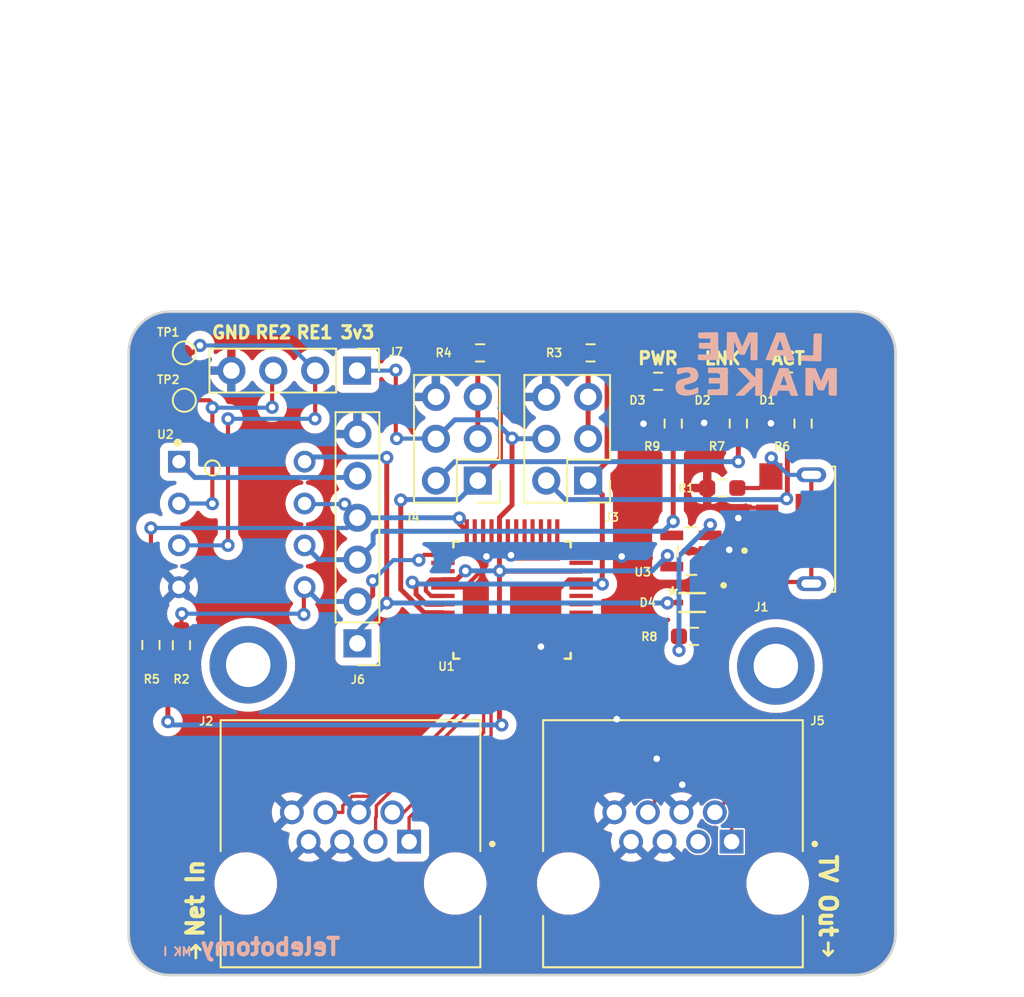
<source format=kicad_pcb>
(kicad_pcb (version 20221018) (generator pcbnew)
  (title_block (title "Telebotomy") (date "2023-10-09") (rev "MK I") (company "lamemakes"))
  (layers (0 "F.Cu" signal) (31 "B.Cu" signal) (34 "B.Paste" user) (35 "F.Paste" user) (36 "B.SilkS" user "B.Silkscreen") (37 "F.SilkS" user "F.Silkscreen") (38 "B.Mask" user) (39 "F.Mask" user) (44 "Edge.Cuts" user))
  (net 0 "")
  (net 1 "/VUSB")
  (net 2 "GND")
  (net 3 "Net-(U3-EN)")
  (net 4 "/+3v3")
  (net 5 "/RX1_N")
  (net 6 "/RX1_P")
  (net 7 "/TX1_N")
  (net 8 "/TX1_P")
  (net 11 "/RX2_N")
  (net 12 "/RX2_P")
  (net 32 "/SCL")
  (net 33 "/SDA")
  (net 36 "/P1LED1")
  (net 37 "/P1LED0")
  (net 38 "/P2LED1")
  (net 39 "/P2LED0")
  (net 42 "/RESET")
  (net 43 "/AT_LED")
  (net 44 "/TX2_P")
  (net 45 "/TX2_N")
  (net 49 "Net-(J1-SHIELD-PadS1)")
  (net 50 "Net-(D3-Pad2)")
  (net 51 "Net-(D2-Pad2)")
  (net 52 "/LINK_LED")
  (net 53 "Net-(D1-Pad2)")
  (net 54 "/ACT_LED")
  (net 55 "Net-(J4-Pin_3)")
  (net 56 "Net-(J3-Pin_3)")
  (net 57 "/REM_IN1")
  (net 58 "/REM_IN2")
  (net 59 "/AT_PWR")
  (footprint "telebotomy:AMPHENOL_RJHSE-5080" (layer "F.Cu") (at 137.4204 110.3642)
    (fp_text reference "J2")
    (fp_text value "RJHSE-5080")
  )
  (footprint "Resistor_SMD:R_0603_1608Metric_Pad0.98x0.95mm_HandSolder" (layer "F.Cu") (at 145.2809 78.1672)
    (fp_text reference "R4")
    (fp_text value "4k7")
  )
  (footprint "MountingHole:MountingHole_2.7mm_M2.5_DIN965_Pad" (layer "F.Cu") (at 163.2184 97.1672)
    (fp_text reference "REF**" hide)
    (fp_text value "MountingHole_2.7mm_M2.5_DIN965_Pad")
  )
  (footprint "Connector_PinHeader_2.54mm:PinHeader_2x03_P2.54mm_Vertical" (layer "F.Cu") (at 145.1434 85.9172 180)
    (fp_text reference "J4")
    (fp_text value "Conn_02x03_Odd_Even")
  )
  (footprint "Resistor_SMD:R_0603_1608Metric_Pad0.98x0.95mm_HandSolder" (layer "F.Cu") (at 164.8684 82.4547 -90)
    (fp_text reference "R6")
    (fp_text value "330")
  )
  (footprint "telebotomy:SOT95P280X145-5N" (layer "F.Cu") (at 158.0703 90.1883 180)
    (fp_text reference "U3")
    (fp_text value "MIC5504-3.3YM5_TR")
  )
  (footprint "Resistor_SMD:R_0603_1608Metric_Pad0.98x0.95mm_HandSolder" (layer "F.Cu") (at 159.9684 86.3672 180)
    (fp_text reference "R1")
    (fp_text value "0")
  )
  (footprint "Resistor_SMD:R_0603_1608Metric_Pad0.98x0.95mm_HandSolder" (layer "F.Cu") (at 151.9809 78.1672)
    (fp_text reference "R3")
    (fp_text value "4k7")
  )
  (footprint "Resistor_SMD:R_0603_1608Metric_Pad0.98x0.95mm_HandSolder" (layer "F.Cu") (at 160.0209 79.8922)
    (fp_text reference "D2")
    (fp_text value "LTST-C191KGKT")
  )
  (footprint "Resistor_SMD:R_0603_1608Metric_Pad0.98x0.95mm_HandSolder" (layer "F.Cu") (at 156.9934 82.4547 -90)
    (fp_text reference "R9")
    (fp_text value "330")
  )
  (footprint "Resistor_SMD:R_0603_1608Metric_Pad0.98x0.95mm_HandSolder" (layer "F.Cu") (at 127.1684 95.9047 -90)
    (fp_text reference "R2")
    (fp_text value "4k7")
  )
  (footprint "Connector_PinHeader_2.54mm:PinHeader_1x06_P2.54mm_Vertical" (layer "F.Cu") (at 137.8434 95.7922 180)
    (fp_text reference "J6")
    (fp_text value "Conn_01x06_Pin")
  )
  (footprint "Resistor_SMD:R_0603_1608Metric_Pad0.98x0.95mm_HandSolder" (layer "F.Cu") (at 125.3184 95.8922 -90)
    (fp_text reference "R5")
    (fp_text value "4k7")
  )
  (footprint "Resistor_SMD:R_0603_1608Metric_Pad0.98x0.95mm_HandSolder" (layer "F.Cu") (at 158.2559 95.3672 180)
    (fp_text reference "R8")
    (fp_text value "10k")
  )
  (footprint "Resistor_SMD:R_0603_1608Metric_Pad0.98x0.95mm_HandSolder" (layer "F.Cu") (at 156.0809 79.8922)
    (fp_text reference "D3")
    (fp_text value "LTST-C191KRKT")
  )
  (footprint "telebotomy:AMPHENOL_RJHSE-5080" (layer "F.Cu") (at 156.9784 110.3642)
    (fp_text reference "J5")
    (fp_text value "RJHSE-5080")
  )
  (footprint "telebotomy:QFP50P900X900X160-48N" (layer "F.Cu") (at 147.2184 93.1672 90)
    (fp_text reference "U1")
    (fp_text value "KSZ8863MLL")
  )
  (footprint "telebotomy:arrow" (layer "F.Cu") (at 128.0434 114.4922 90)
    (fp_text reference "G***" hide)
    (fp_text value "LOGO" hide)
  )
  (footprint "MountingHole:MountingHole_2.7mm_M2.5_DIN965_Pad" (layer "F.Cu") (at 131.2184 97.0922)
    (fp_text reference "REF**" hide)
    (fp_text value "MountingHole_2.7mm_M2.5_DIN965_Pad")
  )
  (footprint "TestPoint:TestPoint_Pad_D1.0mm" (layer "F.Cu") (at 127.3434 81.0422)
    (fp_text reference "TP2")
    (fp_text value "TestPoint")
  )
  (footprint "TestPoint:TestPoint_Pad_D1.0mm" (layer "F.Cu") (at 127.3434 78.1672)
    (fp_text reference "TP1")
    (fp_text value "TestPoint")
  )
  (footprint "telebotomy:AMPHENOL_10118193-0001LF" (layer "F.Cu") (at 165.3684 88.8672 90)
    (fp_text reference "J1")
    (fp_text value "10118193-0001LF")
  )
  (footprint "Resistor_SMD:R_0603_1608Metric_Pad0.98x0.95mm_HandSolder" (layer "F.Cu") (at 163.9559 79.8797)
    (fp_text reference "D1")
    (fp_text value "LTST-C191KSKT")
  )
  (footprint "telebotomy:3v3_TVS" (layer "F.Cu") (at 158.1434 93.3172)
    (fp_text reference "D4")
    (fp_text value "D_Schottky")
  )
  (footprint "telebotomy:arrow" (layer "F.Cu") (at 166.3934 114.3422 -90)
    (fp_text reference "G***" hide)
    (fp_text value "LOGO" hide)
  )
  (footprint "Resistor_SMD:R_0603_1608Metric_Pad0.98x0.95mm_HandSolder" (layer "F.Cu") (at 160.9434 82.4547 -90)
    (fp_text reference "R7")
    (fp_text value "100")
  )
  (footprint "telebotomy:DIP762W46P254L927H533Q8B" (layer "F.Cu") (at 130.8284 88.5772)
    (fp_text reference "U2")
    (fp_text value "ATTINY85-20PU")
  )
  (footprint "Connector_PinHeader_2.54mm:PinHeader_1x04_P2.54mm_Vertical" (layer "F.Cu") (at 137.8184 79.2422 -90)
    (fp_text reference "J7")
    (fp_text value "Conn_01x04_Pin")
  )
  (footprint "Connector_PinHeader_2.54mm:PinHeader_2x03_P2.54mm_Vertical" (layer "F.Cu") (at 151.8334 85.9172 180)
    (fp_text reference "J3")
    (fp_text value "Conn_02x03_Odd_Even")
  )
  (footprint "telebotomy:lamemakes_logo" (layer "B.Cu") (at 162.0684 78.8672 180)
    (fp_text reference "G***" hide)
    (fp_text value "LOGO" hide)
  )
  (gr_arc (start 170.4684 113.4172) (mid 169.736167 115.184967) (end 167.9684 115.9172) (stroke (width 0.16)) (layer "Edge.Cuts"))
  (gr_arc (start 126.4684 115.9172) (mid 124.700633 115.184967) (end 123.9684 113.4172) (stroke (width 0.16)) (layer "Edge.Cuts"))
  (gr_line (start 123.9684 113.4172) (end 123.9684 78.1672) (stroke (width 0.16)) (layer "Edge.Cuts"))
  (gr_line (start 126.4684 75.6672) (end 167.9684 75.6672) (stroke (width 0.16)) (layer "Edge.Cuts"))
  (gr_line (start 167.9684 115.9172) (end 126.4684 115.9172) (stroke (width 0.16)) (layer "Edge.Cuts"))
  (gr_arc (start 123.9684 78.1672) (mid 124.700633 76.399433) (end 126.4684 75.6672) (stroke (width 0.16)) (layer "Edge.Cuts"))
  (gr_line (start 170.4684 78.1672) (end 170.4684 113.4172) (stroke (width 0.16)) (layer "Edge.Cuts"))
  (gr_arc (start 167.9684 75.6672) (mid 169.736167 76.399433) (end 170.4684 78.1672) (stroke (width 0.16)) (layer "Edge.Cuts"))
  (gr_text "MK I" (at 127.8434 114.7922) (layer "B.SilkS") (effects (font (size 0.5 0.5) (thickness 0.125) bold) (justify left bottom mirror)))
  (gr_text "Telebotomy" (at 136.9184 114.7922) (layer "B.SilkS") (effects (font (size 1 1) (thickness 0.25) bold) (justify left bottom mirror)))
  (gr_text "PWR" (at 156.0684 78.9422) (layer "F.SilkS") (effects (font (size 0.75 0.75) (thickness 0.1875) bold) (justify bottom)))
  (gr_text "ACT" (at 163.9684 78.9422) (layer "F.SilkS") (effects (font (size 0.75 0.75) (thickness 0.1875) bold) (justify bottom)))
  (gr_text "GND" (at 130.1934 77.3672) (layer "F.SilkS") (effects (font (size 0.75 0.75) (thickness 0.1875) bold) (justify bottom)))
  (gr_text "Net In" (at 128.5934 113.7422 90) (layer "F.SilkS") (effects (font (size 1 1) (thickness 0.25) bold) (justify left bottom)))
  (gr_text "TV Out" (at 165.7934 108.4922 270) (layer "F.SilkS") (effects (font (size 1 1) (thickness 0.25) bold) (justify left bottom)))
  (gr_text "RE2" (at 132.7434 77.3672) (layer "F.SilkS") (effects (font (size 0.75 0.75) (thickness 0.1875) bold) (justify bottom)))
  (gr_text "RE1" (at 135.2434 77.3672) (layer "F.SilkS") (effects (font (size 0.75 0.75) (thickness 0.1875) bold) (justify bottom)))
  (gr_text "LNK" (at 159.9934 78.9422) (layer "F.SilkS") (effects (font (size 0.75 0.75) (thickness 0.1875) bold) (justify bottom)))
  (gr_text "3v3" (at 137.8434 77.3672) (layer "F.SilkS") (effects (font (size 0.75 0.75) (thickness 0.1875) bold) (justify bottom)))
  (segment (start 160.3973 91.1383) (end 161.3684 90.1672) (width 0.3) (layer "F.Cu") (net 1))
  (segment (start 161.3684 90.1672) (end 162.6934 90.1672) (width 0.3) (layer "F.Cu") (net 1))
  (segment (start 159.1684 93.0922) (end 159.1684 91.2052) (width 0.3) (layer "F.Cu") (net 1))
  (segment (start 159.1684 93.5421) (end 158.9435 93.3172) (width 0.3) (layer "F.Cu") (net 1))
  (segment (start 158.9435 93.3171) (end 159.1684 93.0922) (width 0.3) (layer "F.Cu") (net 1))
  (segment (start 159.1684 91.2052) (end 159.2353 91.1383) (width 0.3) (layer "F.Cu") (net 1))
  (segment (start 159.1684 93.5421) (end 159.1684 93.0922) (width 0.3) (layer "F.Cu") (net 1))
  (segment (start 159.2353 91.1383) (end 160.3973 91.1383) (width 0.3) (layer "F.Cu") (net 1))
  (segment (start 159.1684 95.3672) (end 159.1684 93.5421) (width 0.3) (layer "F.Cu") (net 1))
  (segment (start 158.9435 93.3172) (end 158.9435 93.3171) (width 0.3) (layer "F.Cu") (net 1))
  (segment (start 145.6684 91.072295) (end 145.6684 90.5172) (width 0.25) (layer "F.Cu") (net 2))
  (segment (start 148.971 97.3582) (end 148.971 95.9948) (width 0.25) (layer "F.Cu") (net 2))
  (segment (start 160.3223 90.1883) (end 160.3934 90.1172) (width 0.25) (layer "F.Cu") (net 2))
  (segment (start 159.2353 90.1883) (end 160.3223 90.1883) (width 0.25) (layer "F.Cu") (net 2))
  (segment (start 162.6934 87.5672) (end 161.5684 87.5672) (width 0.25) (layer "F.Cu") (net 2))
  (segment (start 148.9684 93.61909) (end 148.9684 95.9922) (width 0.25) (layer "F.Cu") (net 2))
  (segment (start 147.1559 90.4422) (end 146.9644 90.2507) (width 0.25) (layer "F.Cu") (net 2))
  (segment (start 148.971 95.9948) (end 148.9684 95.9922) (width 0.25) (layer "F.Cu") (net 2))
  (segment (start 146.9644 90.2507) (end 146.9644 88.9762) (width 0.25) (layer "F.Cu") (net 2))
  (segment (start 151.4094 91.9226) (end 150.66489 91.9226) (width 0.25) (layer "F.Cu") (net 2))
  (segment (start 143.0274 92.4052) (end 144.335495 92.4052) (width 0.25) (layer "F.Cu") (net 2))
  (segment (start 150.66489 91.9226) (end 148.9684 93.61909) (width 0.25) (layer "F.Cu") (net 2))
  (segment (start 144.335495 92.4052) (end 145.6684 91.072295) (width 0.25) (layer "F.Cu") (net 2))
  (segment (start 161.5684 87.5672) (end 160.9434 88.1922) (width 0.25) (layer "F.Cu") (net 2))
  (via (at 157.5434 104.3672) (size 0.8) (drill 0.4) (layers "F.Cu" "B.Cu") (net 2))
  (via (at 153.8684 90.5172) (size 0.8) (drill 0.4) (layers "F.Cu" "B.Cu") (net 2))
  (via (at 145.6684 90.5172) (size 0.8) (drill 0.4) (layers "F.Cu" "B.Cu") (net 2))
  (via (at 155.1934 82.4672) (size 0.8) (drill 0.4) (layers "F.Cu" "B.Cu") (net 2))
  (via (at 160.9434 88.1922) (size 0.8) (drill 0.4) (layers "F.Cu" "B.Cu") (net 2))
  (via (at 158.8684 82.4172) (size 0.8) (drill 0.4) (layers "F.Cu" "B.Cu") (net 2))
  (via (at 148.9684 95.9922) (size 0.8) (drill 0.4) (layers "F.Cu" "B.Cu") (net 2))
  (via (at 153.5684 100.3922) (size 0.8) (drill 0.4) (layers "F.Cu" "B.Cu") (net 2))
  (via (at 162.9184 82.4422) (size 0.8) (drill 0.4) (layers "F.Cu" "B.Cu") (net 2))
  (via (at 155.9934 102.7922) (size 0.8) (drill 0.4) (layers "F.Cu" "B.Cu") (net 2))
  (via (at 160.3934 90.1172) (size 0.8) (drill 0.4) (layers "F.Cu" "B.Cu") (net 2))
  (via (at 147.1559 90.4422) (size 0.8) (drill 0.4) (layers "F.Cu" "B.Cu") (net 2))
  (segment (start 146.7184 90.5172) (end 153.8684 90.5172) (width 0.25) (layer "B.Cu") (net 2))
  (segment (start 147.0809 90.5172) (end 147.1559 90.4422) (width 0.25) (layer "B.Cu") (net 2))
  (segment (start 146.7184 90.5172) (end 147.0809 90.5172) (width 0.25) (layer "B.Cu") (net 2))
  (segment (start 145.6684 90.5172) (end 146.7184 90.5172) (width 0.25) (layer "B.Cu") (net 2))
  (segment (start 157.3434 96.2172) (end 157.3434 95.3672) (width 0.3) (layer "F.Cu") (net 3))
  (segment (start 159.2353 88.6003) (end 159.2434 88.5922) (width 0.3) (layer "F.Cu") (net 3))
  (segment (start 159.2353 89.2383) (end 159.2353 88.6003) (width 0.3) (layer "F.Cu") (net 3))
  (via (at 159.2434 88.5922) (size 0.8) (drill 0.4) (layers "F.Cu" "B.Cu") (net 3))
  (via (at 157.3434 96.2172) (size 0.8) (drill 0.4) (layers "F.Cu" "B.Cu") (net 3))
  (segment (start 157.3434 90.4922) (end 157.3434 96.2172) (width 0.3) (layer "B.Cu") (net 3))
  (segment (start 159.2434 88.5922) (end 157.3434 90.4922) (width 0.3) (layer "B.Cu") (net 3))
  (segment (start 146.4564 91.4047) (end 146.4684 91.3927) (width 0.3) (layer "F.Cu") (net 4))
  (segment (start 126.3434 96.9422) (end 126.4684 96.8172) (width 0.3) (layer "F.Cu") (net 4))
  (segment (start 146.4684 91.3927) (end 146.4903 91.4146) (width 0.3) (layer "F.Cu") (net 4))
  (segment (start 126.2059 96.8047) (end 125.3184 96.8047) (width 0.3) (layer "F.Cu") (net 4))
  (segment (start 147.2184 83.3422) (end 147.2184 87.3922) (width 0.3) (layer "F.Cu") (net 4))
  (segment (start 146.4564 91.3807) (end 146.4684 91.3927) (width 0.3) (layer "F.Cu") (net 4))
  (segment (start 146.4564 97.3582) (end 146.4564 98.417145) (width 0.3) (layer "F.Cu") (net 4))
  (segment (start 156.644378 90.46631) (end 156.644378 90.877378) (width 0.3) (layer "F.Cu") (net 4))
  (segment (start 140.1684 83.3172) (end 140.2184 83.3672) (width 0.25) (layer "F.Cu") (net 4))
  (segment (start 146.4903 91.4146) (end 151.4094 91.4146) (width 0.3) (layer "F.Cu") (net 4))
  (segment (start 146.4564 88.9762) (end 146.4564 91.3807) (width 0.3) (layer "F.Cu") (net 4))
  (segment (start 141.9934 92.59831) (end 141.9934 92.21209) (width 0.25) (layer "F.Cu") (net 4))
  (segment (start 141.9934 92.21209) (end 142.28289 91.9226) (width 0.25) (layer "F.Cu") (net 4))
  (segment (start 126.3434 100.5422) (end 126.3434 96.9422) (width 0.3) (layer "F.Cu") (net 4))
  (segment (start 126.4684 96.8172) (end 127.1684 96.8172) (width 0.3) (layer "F.Cu") (net 4))
  (segment (start 146.4564 97.3582) (end 146.4564 91.4047) (width 0.3) (layer "F.Cu") (net 4))
  (segment (start 146.4564 98.417145) (end 146.4564 100.6043) (width 0.3) (layer "F.Cu") (net 4))
  (segment (start 146.4564 100.6043) (end 146.5943 100.7422) (width 0.3) (layer "F.Cu") (net 4))
  (segment (start 140.1684 79.2172) (end 140.1684 83.3172) (width 0.25) (layer "F.Cu") (net 4))
  (segment (start 147.2184 87.3922) (end 146.4564 88.1542) (width 0.3) (layer "F.Cu") (net 4))
  (segment (start 151.3875 91.3927) (end 151.4094 91.4146) (width 0.3) (layer "F.Cu") (net 4))
  (segment (start 142.30829 92.9132) (end 141.9934 92.59831) (width 0.25) (layer "F.Cu") (net 4))
  (segment (start 144.3934 91.3927) (end 143.8635 91.9226) (width 0.3) (layer "F.Cu") (net 4))
  (segment (start 146.4564 88.1542) (end 146.4564 88.9762) (width 0.3) (layer "F.Cu") (net 4))
  (segment (start 142.28289 91.9226) (end 143.0274 91.9226) (width 0.25) (layer "F.Cu") (net 4))
  (segment (start 143.8635 91.9226) (end 143.0274 91.9226) (width 0.3) (layer "F.Cu") (net 4))
  (segment (start 143.0274 92.9132) (end 142.30829 92.9132) (width 0.25) (layer "F.Cu") (net 4))
  (segment (start 127.1559 96.8047) (end 127.1684 96.8172) (width 0.3) (layer "F.Cu") (net 4))
  (segment (start 156.644378 90.877378) (end 156.9053 91.1383) (width 0.3) (layer "F.Cu") (net 4))
  (segment (start 126.3434 96.9422) (end 126.2059 96.8047) (width 0.3) (layer "F.Cu") (net 4))
  (via (at 144.3934 91.3927) (size 0.8) (drill 0.4) (layers "F.Cu" "B.Cu") (net 4))
  (via (at 146.4684 91.3927) (size 0.8) (drill 0.4) (layers "F.Cu" "B.Cu") (net 4))
  (via (at 147.2184 83.3422) (size 0.8) (drill 0.4) (layers "F.Cu" "B.Cu") (net 4))
  (via (at 140.2184 83.3672) (size 0.8) (drill 0.4) (layers "F.Cu" "B.Cu") (net 4))
  (via (at 126.3434 100.5422) (size 0.8) (drill 0.4) (layers "F.Cu" "B.Cu") (net 4))
  (via (at 156.644378 90.46631) (size 0.8) (drill 0.4) (layers "F.Cu" "B.Cu") (net 4))
  (via (at 140.1684 79.2172) (size 0.8) (drill 0.4) (layers "F.Cu" "B.Cu") (net 4))
  (via (at 146.5943 100.7422) (size 0.8) (drill 0.4) (layers "F.Cu" "B.Cu") (net 4))
  (segment (start 146.5943 100.7422) (end 126.5434 100.7422) (width 0.3) (layer "B.Cu") (net 4))
  (segment (start 143.7534 82.2272) (end 146.1034 82.2272) (width 0.3) (layer "B.Cu") (net 4))
  (segment (start 137.8184 79.2422) (end 140.1434 79.2422) (width 0.25) (layer "B.Cu") (net 4))
  (segment (start 149.2934 83.3772) (end 147.2534 83.3772) (width 0.3) (layer "B.Cu") (net 4))
  (segment (start 146.1034 82.2272) (end 147.2184 83.3422) (width 0.3) (layer "B.Cu") (net 4))
  (segment (start 147.2534 83.3772) (end 147.2184 83.3422) (width 0.3) (layer "B.Cu") (net 4))
  (segment (start 126.5434 100.7422) (end 126.3434 100.5422) (width 0.3) (layer "B.Cu") (net 4))
  (segment (start 155.717988 91.3927) (end 146.4684 91.3927) (width 0.3) (layer "B.Cu") (net 4))
  (segment (start 142.6034 83.3772) (end 143.7534 82.2272) (width 0.3) (layer "B.Cu") (net 4))
  (segment (start 156.644378 90.46631) (end 155.717988 91.3927) (width 0.3) (layer "B.Cu") (net 4))
  (segment (start 140.2184 83.3672) (end 142.5934 83.3672) (width 0.25) (layer "B.Cu") (net 4))
  (segment (start 142.5934 83.3672) (end 142.6034 83.3772) (width 0.25) (layer "B.Cu") (net 4))
  (segment (start 140.1434 79.2422) (end 140.1684 79.2172) (width 0.25) (layer "B.Cu") (net 4))
  (segment (start 146.4684 91.3927) (end 144.3934 91.3927) (width 0.3) (layer "B.Cu") (net 4))
  (segment (start 144.4752 98.425001) (end 144.4752 97.3582) (width 0.2) (layer "F.Cu") (net 5))
  (segment (start 138.920629 105.0723) (end 144.4915 99.501429) (width 0.2) (layer "F.Cu") (net 5))
  (segment (start 135.8964 106.0462) (end 136.9545 106.0462) (width 0.2) (layer "F.Cu") (net 5))
  (segment (start 144.4915 99.501429) (end 144.4915 98.441301) (width 0.2) (layer "F.Cu") (net 5))
  (segment (start 136.9545 105.642797) (end 137.524997 105.0723) (width 0.2) (layer "F.Cu") (net 5))
  (segment (start 144.4915 98.441301) (end 144.4752 98.425001) (width 0.2) (layer "F.Cu") (net 5))
  (segment (start 136.9545 106.0462) (end 136.9545 105.642797) (width 0.2) (layer "F.Cu") (net 5))
  (segment (start 137.524997 105.0723) (end 138.920629 105.0723) (width 0.2) (layer "F.Cu") (net 5))
  (segment (start 144.9415 98.441301) (end 144.9578 98.425001) (width 0.2) (layer "F.Cu") (net 6))
  (segment (start 144.9415 99.687797) (end 144.9415 98.441301) (width 0.2) (layer "F.Cu") (net 6))
  (segment (start 144.9578 98.425001) (end 144.9578 97.3582) (width 0.2) (layer "F.Cu") (net 6))
  (segment (start 138.9444 106.364399) (end 138.9865 106.322299) (width 0.2) (layer "F.Cu") (net 6))
  (segment (start 138.9865 105.642797) (end 144.9415 99.687797) (width 0.2) (layer "F.Cu") (net 6))
  (segment (start 138.9865 106.322299) (end 138.9865 105.642797) (width 0.2) (layer "F.Cu") (net 6))
  (segment (start 138.9444 107.8242) (end 138.9444 106.364399) (width 0.2) (layer "F.Cu") (net 6))
  (segment (start 145.4658 98.425001) (end 145.4658 97.3582) (width 0.2) (layer "F.Cu") (net 7))
  (segment (start 140.658201 106.0462) (end 145.4948 101.209601) (width 0.2) (layer "F.Cu") (net 7))
  (segment (start 139.9604 106.0462) (end 140.658201 106.0462) (width 0.2) (layer "F.Cu") (net 7))
  (segment (start 145.4948 98.454001) (end 145.4658 98.425001) (width 0.2) (layer "F.Cu") (net 7))
  (segment (start 145.4948 101.209601) (end 145.4948 98.454001) (width 0.2) (layer "F.Cu") (net 7))
  (segment (start 145.9448 101.395999) (end 145.9448 98.454001) (width 0.2) (layer "F.Cu") (net 8))
  (segment (start 145.9738 98.425001) (end 145.9738 97.3582) (width 0.2) (layer "F.Cu") (net 8))
  (segment (start 140.9764 107.8242) (end 140.9764 106.364399) (width 0.2) (layer "F.Cu") (net 8))
  (segment (start 140.9764 106.364399) (end 145.9448 101.395999) (width 0.2) (layer "F.Cu") (net 8))
  (segment (start 145.9448 98.454001) (end 145.9738 98.425001) (width 0.2) (layer "F.Cu") (net 8))
  (segment (start 155.864399 105.131399) (end 151.9502 101.2172) (width 0.2) (layer "F.Cu") (net 11))
  (segment (start 151.9502 101.2172) (end 149.2002 101.2172) (width 0.2) (layer "F.Cu") (net 11))
  (segment (start 149.2002 101.2172) (end 147.9967 100.0137) (width 0.2) (layer "F.Cu") (net 11))
  (segment (start 147.9804 98.425001) (end 147.9804 97.3582) (width 0.2) (layer "F.Cu") (net 11))
  (segment (start 147.9967 100.0137) (end 147.9967 98.441301) (width 0.2) (layer "F.Cu") (net 11))
  (segment (start 155.864399 105.636201) (end 155.864399 105.131399) (width 0.2) (layer "F.Cu") (net 11))
  (segment (start 147.9967 98.441301) (end 147.9804 98.425001) (width 0.2) (layer "F.Cu") (net 11))
  (segment (start 155.4544 106.0462) (end 155.864399 105.636201) (width 0.2) (layer "F.Cu") (net 11))
  (segment (start 148.4467 99.8273) (end 148.4467 98.441301) (width 0.2) (layer "F.Cu") (net 12))
  (segment (start 156.314401 104.945001) (end 152.1366 100.7672) (width 0.2) (layer "F.Cu") (net 12))
  (segment (start 156.314401 104.945001) (end 156.321201 104.945001) (width 0.2) (layer "F.Cu") (net 12))
  (segment (start 149.3866 100.7672) (end 148.4467 99.8273) (width 0.2) (layer "F.Cu") (net 12))
  (segment (start 156.321201 104.945001) (end 156.3934 105.0172) (width 0.2) (layer "F.Cu") (net 12))
  (segment (start 148.4467 98.441301) (end 148.463 98.425001) (width 0.2) (layer "F.Cu") (net 12))
  (segment (start 152.1366 100.7672) (end 149.3866 100.7672) (width 0.2) (layer "F.Cu") (net 12))
  (segment (start 148.463 98.425001) (end 148.463 97.3582) (width 0.2) (layer "F.Cu") (net 12))
  (segment (start 125.3184 94.9797) (end 125.3184 88.7922) (width 0.25) (layer "F.Cu") (net 32))
  (segment (start 137.8434 88.1172) (end 137.0684 87.3422) (width 0.25) (layer "F.Cu") (net 32))
  (segment (start 144.0184 88.1922) (end 144.0184 88.5194) (width 0.3) (layer "F.Cu") (net 32))
  (segment (start 144.0184 88.5194) (end 144.4752 88.9762) (width 0.3) (layer "F.Cu") (net 32))
  (segment (start 137.8434 88.1722) (end 137.8434 88.1172) (width 0.25) (layer "F.Cu") (net 32))
  (via (at 144.0184 88.1922) (size 0.8) (drill 0.4) (layers "F.Cu" "B.Cu") (net 32))
  (via (at 137.0684 87.3422) (size 0.8) (drill 0.4) (layers "F.Cu" "B.Cu") (net 32))
  (via (at 125.3184 88.7922) (size 0.8) (drill 0.4) (layers "F.Cu" "B.Cu") (net 32))
  (segment (start 137.2234 88.7922) (end 137.8434 88.1722) (width 0.25) (layer "B.Cu") (net 32))
  (segment (start 137.8434 88.1722) (end 143.9984 88.1722) (width 0.3) (layer "B.Cu") (net 32))
  (segment (start 125.3184 88.7922) (end 137.2234 88.7922) (width 0.25) (layer "B.Cu") (net 32))
  (segment (start 134.6384 87.6372) (end 134.6384 87.3072) (width 0.3) (layer "B.Cu") (net 32))
  (segment (start 137.0684 87.3422) (end 134.6734 87.3422) (width 0.25) (layer "B.Cu") (net 32))
  (segment (start 143.9984 88.1722) (end 144.0184 88.1922) (width 0.3) (layer "B.Cu") (net 32))
  (segment (start 134.6734 87.3422) (end 134.6384 87.3072) (width 0.25) (layer "B.Cu") (net 32))
  (segment (start 134.5934 92.4322) (end 134.6384 92.3872) (width 0.25) (layer "F.Cu") (net 33))
  (segment (start 141.6849 90.6257) (end 141.5684 90.7422) (width 0.25) (layer "F.Cu") (net 33))
  (segment (start 141.8934 90.4172) (end 141.6849 90.6257) (width 0.25) (layer "F.Cu") (net 33))
  (segment (start 134.5934 94.0422) (end 134.5934 92.4322) (width 0.25) (layer "F.Cu") (net 33))
  (segment (start 138.3834 93.2522) (end 138.7684 92.8672) (width 0.3) (layer "F.Cu") (net 33))
  (segment (start 141.9002 90.424) (end 141.8934 90.4172) (width 0.25) (layer "F.Cu") (net 33))
  (segment (start 127.1684 94.9922) (end 127.1684 94.0172) (width 0.25) (layer "F.Cu") (net 33))
  (segment (start 127.1684 94.0172) (end 127.1934 93.9922) (width 0.25) (layer "F.Cu") (net 33))
  (segment (start 134.9684 92.7172) (end 134.6384 92.3872) (width 0.3) (layer "F.Cu") (net 33))
  (segment (start 138.7684 92.8672) (end 138.7684 91.9922) (width 0.3) (layer "F.Cu") (net 33))
  (segment (start 137.8434 93.2522) (end 138.3834 93.2522) (width 0.3) (layer "F.Cu") (net 33))
  (segment (start 143.0274 90.424) (end 141.9002 90.424) (width 0.25) (layer "F.Cu") (net 33))
  (via (at 134.5934 94.0422) (size 0.8) (drill 0.4) (layers "F.Cu" "B.Cu") (net 33))
  (via (at 127.1934 93.9922) (size 0.8) (drill 0.4) (layers "F.Cu" "B.Cu") (net 33))
  (via (at 141.5684 90.7422) (size 0.8) (drill 0.4) (layers "F.Cu" "B.Cu") (net 33))
  (via (at 138.7684 91.9922) (size 0.8) (drill 0.4) (layers "F.Cu" "B.Cu") (net 33))
  (segment (start 134.5434 93.9922) (end 134.5934 94.0422) (width 0.25) (layer "B.Cu") (net 33))
  (segment (start 127.1934 93.9922) (end 134.5434 93.9922) (width 0.25) (layer "B.Cu") (net 33))
  (segment (start 135.5034 93.2522) (end 134.6384 92.3872) (width 0.3) (layer "B.Cu") (net 33))
  (segment (start 140.0184 90.7422) (end 138.7684 91.9922) (width 0.25) (layer "B.Cu") (net 33))
  (segment (start 137.8434 93.2522) (end 135.5034 93.2522) (width 0.3) (layer "B.Cu") (net 33))
  (segment (start 141.5684 90.7422) (end 140.0184 90.7422) (width 0.25) (layer "B.Cu") (net 33))
  (segment (start 138.7684 91.9922) (end 138.7684 91.75811) (width 0.3) (layer "B.Cu") (net 33))
  (segment (start 141.3934 92.7984) (end 141.3934 92.310064) (width 0.3) (layer "F.Cu") (net 36))
  (segment (start 152.9834 78.2572) (end 152.8934 78.1672) (width 0.3) (layer "F.Cu") (net 36))
  (segment (start 152.6934 86.7772) (end 151.8334 85.9172) (width 0.3) (layer "F.Cu") (net 36))
  (segment (start 151.8334 85.9172) (end 152.9834 84.7672) (width 0.3) (layer "F.Cu") (net 36))
  (segment (start 142.0162 93.4212) (end 143.0274 93.4212) (width 0.3) (layer "F.Cu") (net 36))
  (segment (start 152.9834 84.7672) (end 152.9834 78.2572) (width 0.3) (layer "F.Cu") (net 36))
  (segment (start 141.3934 92.7984) (end 142.0162 93.4212) (width 0.3) (layer "F.Cu") (net 36))
  (segment (start 141.3934 92.310064) (end 141.1679 92.084564) (width 0.3) (layer "F.Cu") (net 36))
  (segment (start 152.6934 92.1922) (end 152.6934 86.7772) (width 0.3) (layer "F.Cu") (net 36))
  (via (at 141.1679 92.084564) (size 0.8) (drill 0.4) (layers "F.Cu" "B.Cu") (net 36))
  (via (at 152.6934 92.1922) (size 0.8) (drill 0.4) (layers "F.Cu" "B.Cu") (net 36))
  (segment (start 152.6934 92.1922) (end 141.275536 92.1922) (width 0.3) (layer "B.Cu") (net 36))
  (segment (start 141.275536 92.1922) (end 141.1679 92.084564) (width 0.3) (layer "B.Cu") (net 36))
  (segment (start 146.5184 78.4922) (end 146.1934 78.1672) (width 0.3) (layer "F.Cu") (net 37))
  (segment (start 140.4684 92.509796) (end 141.887804 93.9292) (width 0.3) (layer "F.Cu") (net 37))
  (segment (start 140.4684 87.0922) (end 140.4684 92.509796) (width 0.3) (layer "F.Cu") (net 37))
  (segment (start 145.1434 85.9172) (end 146.5184 84.5422) (width 0.3) (layer "F.Cu") (net 37))
  (segment (start 141.887804 93.9292) (end 143.0274 93.9292) (width 0.3) (layer "F.Cu") (net 37))
  (segment (start 146.5184 84.5422) (end 146.5184 78.4922) (width 0.3) (layer "F.Cu") (net 37))
  (via (at 140.4684 87.0922) (size 0.8) (drill 0.4) (layers "F.Cu" "B.Cu") (net 37))
  (segment (start 140.4934 87.0672) (end 140.4684 87.0922) (width 0.3) (layer "B.Cu") (net 37))
  (segment (start 143.9934 87.0672) (end 140.4934 87.0672) (width 0.3) (layer "B.Cu") (net 37))
  (segment (start 145.1434 85.9172) (end 143.9934 87.0672) (width 0.3) (layer "B.Cu") (net 37))
  (segment (start 137.8434 85.6322) (end 137.748 85.7276) (width 0.3) (layer "B.Cu") (net 42))
  (segment (start 137.748 85.7276) (end 127.9788 85.7276) (width 0.3) (layer "B.Cu") (net 42))
  (segment (start 127.9788 85.7276) (end 127.0184 84.7672) (width 0.3) (layer "B.Cu") (net 42))
  (segment (start 156.9934 88.3988) (end 156.9934 83.3672) (width 0.3) (layer "F.Cu") (net 43))
  (via (at 156.9934 88.3988) (size 0.8) (drill 0.4) (layers "F.Cu" "B.Cu") (net 43))
  (segment (start 135.5034 90.7122) (end 134.6384 89.8472) (width 0.3) (layer "B.Cu") (net 43))
  (segment (start 138.9684 88.9922) (end 138.7934 89.1672) (width 0.3) (layer "B.Cu") (net 43))
  (segment (start 155.1684 88.9922) (end 138.9684 88.9922) (width 0.3) (layer "B.Cu") (net 43))
  (segment (start 138.7934 89.1672) (end 138.7934 89.7622) (width 0.3) (layer "B.Cu") (net 43))
  (segment (start 137.8434 90.7122) (end 135.5034 90.7122) (width 0.3) (layer "B.Cu") (net 43))
  (segment (start 138.7934 89.7622) (end 137.8434 90.7122) (width 0.3) (layer "B.Cu") (net 43))
  (segment (start 156.4 88.9922) (end 156.9934 88.3988) (width 0.3) (layer "B.Cu") (net 43))
  (segment (start 155.1684 88.9922) (end 156.4 88.9922) (width 0.3) (layer "B.Cu") (net 43))
  (segment (start 154.3616 98.7922) (end 150.3616 98.7922) (width 0.2) (layer "F.Cu") (net 44))
  (segment (start 149.9616 97.9424) (end 149.9616 97.3582) (width 0.2) (layer "F.Cu") (net 44))
  (segment (start 160.5344 107.8242) (end 160.5344 104.965) (width 0.2) (layer "F.Cu") (net 44))
  (segment (start 160.5344 104.965) (end 154.3616 98.7922) (width 0.2) (layer "F.Cu") (net 44))
  (segment (start 149.9453 98.3759) (end 149.9453 97.9587) (width 0.2) (layer "F.Cu") (net 44))
  (segment (start 149.9453 97.9587) (end 149.9616 97.9424) (width 0.2) (layer "F.Cu") (net 44))
  (segment (start 150.3616 98.7922) (end 149.9453 98.3759) (width 0.2) (layer "F.Cu") (net 44))
  (segment (start 150.1752 99.2422) (end 149.4953 98.5623) (width 0.2) (layer "F.Cu") (net 45))
  (segment (start 149.4953 97.9587) (end 149.479 97.9424) (width 0.2) (layer "F.Cu") (net 45))
  (segment (start 149.4953 98.5623) (end 149.4953 97.9587) (width 0.2) (layer "F.Cu") (net 45))
  (segment (start 160.084399 105.480201) (end 160.084399 105.151399) (width 0.2) (layer "F.Cu") (net 45))
  (segment (start 160.084399 105.151399) (end 154.1752 99.2422) (width 0.2) (layer "F.Cu") (net 45))
  (segment (start 154.1752 99.2422) (end 150.1752 99.2422) (width 0.2) (layer "F.Cu") (net 45))
  (segment (start 159.5184 106.0462) (end 160.084399 105.480201) (width 0.2) (layer "F.Cu") (net 45))
  (segment (start 149.479 97.9424) (end 149.479 97.3582) (width 0.2) (layer "F.Cu") (net 45))
  (segment (start 162.9434 84.5422) (end 162.9434 85.6422) (width 0.25) (layer "F.Cu") (net 49))
  (segment (start 165.3684 90.0672) (end 165.3684 87.6672) (width 0.25) (layer "F.Cu") (net 49))
  (segment (start 165.3684 92.1672) (end 165.3684 90.0672) (width 0.25) (layer "F.Cu") (net 49))
  (segment (start 162.9434 85.6422) (end 162.9184 85.6672) (width 0.25) (layer "F.Cu") (net 49))
  (segment (start 160.8809 86.3672) (end 162.2184 86.3672) (width 0.25) (layer "F.Cu") (net 49))
  (segment (start 165.2684 92.0672) (end 165.3684 92.1672) (width 0.25) (layer "F.Cu") (net 49))
  (segment (start 162.2184 86.3672) (end 162.9184 85.6672) (width 0.25) (layer "F.Cu") (net 49))
  (segment (start 162.9184 92.0672) (end 165.2684 92.0672) (width 0.25) (layer "F.Cu") (net 49))
  (segment (start 165.3684 87.6672) (end 165.3684 85.5672) (width 0.25) (layer "F.Cu") (net 49))
  (via (at 162.9434 84.5422) (size 0.8) (drill 0.4) (layers "F.Cu" "B.Cu") (net 49))
  (segment (start 163.9684 85.5672) (end 162.9434 84.5422) (width 0.25) (layer "B.Cu") (net 49))
  (segment (start 165.3684 85.5672) (end 163.9684 85.5672) (width 0.25) (layer "B.Cu") (net 49))
  (segment (start 156.9934 79.8922) (end 156.9934 81.5422) (width 0.25) (layer "F.Cu") (net 50))
  (segment (start 160.9184 79.9072) (end 160.9334 79.8922) (width 0.3) (layer "F.Cu") (net 51))
  (segment (start 160.9434 79.9022) (end 160.9334 79.8922) (width 0.25) (layer "F.Cu") (net 51))
  (segment (start 160.9434 81.5422) (end 160.9434 79.9022) (width 0.25) (layer "F.Cu") (net 51))
  (segment (start 160.9434 84.7672) (end 160.9434 83.3672) (width 0.3) (layer "F.Cu") (net 52))
  (via (at 160.9434 84.7672) (size 0.8) (drill 0.4) (layers "F.Cu" "B.Cu") (net 52))
  (segment (start 143.7534 84.7672) (end 159.1184 84.7672) (width 0.3) (layer "B.Cu") (net 52))
  (segment (start 142.6034 85.9172) (end 143.7534 84.7672) (width 0.3) (layer "B.Cu") (net 52))
  (segment (start 159.1184 84.7672) (end 160.9434 84.7672) (width 0.3) (layer "B.Cu") (net 52))
  (segment (start 164.8604 79.8877) (end 164.8684 79.8797) (width 0.3) (layer "F.Cu") (net 53))
  (segment (start 164.8684 81.5422) (end 164.8684 79.8797) (width 0.25) (layer "F.Cu") (net 53))
  (segment (start 164.2684 83.3672) (end 164.8684 83.3672) (width 0.3) (layer "F.Cu") (net 54))
  (segment (start 163.8689 87.0172) (end 163.9184 86.9677) (width 0.3) (layer "F.Cu") (net 54))
  (segment (start 163.9184 83.7172) (end 164.2684 83.3672) (width 0.3) (layer "F.Cu") (net 54))
  (segment (start 163.9184 86.9677) (end 163.9184 83.7172) (width 0.3) (layer "F.Cu") (net 54))
  (via (at 163.8689 87.0172) (size 0.8) (drill 0.4) (layers "F.Cu" "B.Cu") (net 54))
  (segment (start 150.4434 87.0672) (end 163.8189 87.0672) (width 0.3) (layer "B.Cu") (net 54))
  (segment (start 163.8189 87.0672) (end 163.8689 87.0172) (width 0.3) (layer "B.Cu") (net 54))
  (segment (start 149.2934 85.9172) (end 150.4434 87.0672) (width 0.3) (layer "B.Cu") (net 54))
  (segment (start 145.1434 83.3772) (end 145.1434 80.8372) (width 0.3) (layer "F.Cu") (net 55))
  (segment (start 145.1434 80.8372) (end 145.1434 78.9422) (width 0.3) (layer "F.Cu") (net 55))
  (segment (start 145.1434 78.9422) (end 144.3684 78.1672) (width 0.3) (layer "F.Cu") (net 55))
  (segment (start 151.8334 83.3772) (end 151.8334 80.8372) (width 0.3) (layer "F.Cu") (net 56))
  (segment (start 151.8334 78.9322) (end 151.0684 78.1672) (width 0.3) (layer "F.Cu") (net 56))
  (segment (start 151.8334 80.8372) (end 151.8334 78.9322) (width 0.3) (layer "F.Cu") (net 56))
  (segment (start 129.9934 89.8422) (end 129.9934 82.1667) (width 0.25) (layer "F.Cu") (net 57))
  (segment (start 127.3434 78.1672) (end 127.8434 78.1672) (width 0.25) (layer "F.Cu") (net 57))
  (segment (start 135.2684 82.1672) (end 135.2784 82.1572) (width 0.25) (layer "F.Cu") (net 57))
  (segment (start 135.2784 82.1572) (end 135.2784 79.2422) (width 0.25) (layer "F.Cu") (net 57))
  (segment (start 127.8434 78.1672) (end 128.2934 77.7172) (width 0.25) (layer "F.Cu") (net 57))
  (via (at 129.9934 82.1667) (size 0.8) (drill 0.4) (layers "F.Cu" "B.Cu") (net 57))
  (via (at 135.2684 82.1672) (size 0.8) (drill 0.4) (layers "F.Cu" "B.Cu") (net 57))
  (via (at 129.9934 89.8422) (size 0.8) (drill 0.4) (layers "F.Cu" "B.Cu") (net 57))
  (via (at 128.2934 77.7172) (size 0.8) (drill 0.4) (layers "F.Cu" "B.Cu") (net 57))
  (segment (start 129.9884 89.8472) (end 129.9934 89.8422) (width 0.25) (layer "B.Cu") (net 57))
  (segment (start 129.9934 82.1667) (end 135.2679 82.1667) (width 0.25) (layer "B.Cu") (net 57))
  (segment (start 133.7534 77.7172) (end 128.2934 77.7172) (width 0.25) (layer "B.Cu") (net 57))
  (segment (start 127.0184 89.8472) (end 129.9884 89.8472) (width 0.25) (layer "B.Cu") (net 57))
  (segment (start 135.2784 79.2422) (end 133.7534 77.7172) (width 0.25) (layer "B.Cu") (net 57))
  (segment (start 135.2679 82.1667) (end 135.2684 82.1672) (width 0.25) (layer "B.Cu") (net 57))
  (segment (start 132.6684 81.4672) (end 132.6684 79.3122) (width 0.25) (layer "F.Cu") (net 58))
  (segment (start 129.0434 87.3172) (end 129.0434 81.4922) (width 0.25) (layer "F.Cu") (net 58))
  (segment (start 128.8684 81.0422) (end 127.3434 81.0422) (width 0.25) (layer "F.Cu") (net 58))
  (segment (start 129.0434 81.2172) (end 128.8684 81.0422) (width 0.25) (layer "F.Cu") (net 58))
  (segment (start 129.0434 81.4922) (end 129.0434 81.2172) (width 0.25) (layer "F.Cu") (net 58))
  (segment (start 132.6684 79.3122) (end 132.7384 79.2422) (width 0.25) (layer "F.Cu") (net 58))
  (via (at 129.0434 87.3172) (size 0.8) (drill 0.4) (layers "F.Cu" "B.Cu") (net 58))
  (via (at 132.6684 81.4672) (size 0.8) (drill 0.4) (layers "F.Cu" "B.Cu") (net 58))
  (via (at 129.0434 81.4922) (size 0.8) (drill 0.4) (layers "F.Cu" "B.Cu") (net 58))
  (segment (start 129.0334 87.3072) (end 129.0434 87.3172) (width 0.25) (layer "B.Cu") (net 58))
  (segment (start 132.6434 81.4922) (end 132.6684 81.4672) (width 0.25) (layer "B.Cu") (net 58))
  (segment (start 127.0184 87.3072) (end 129.0334 87.3072) (width 0.25) (layer "B.Cu") (net 58))
  (segment (start 129.0434 81.4922) (end 132.6434 81.4922) (width 0.25) (layer "B.Cu") (net 58))
  (segment (start 157.3433 93.3172) (end 156.6689 93.3172) (width 0.3) (layer "F.Cu") (net 59))
  (segment (start 156.6689 93.3172) (end 156.6439 93.3422) (width 0.3) (layer "F.Cu") (net 59))
  (segment (start 139.6184 93.3422) (end 139.6184 84.5172) (width 0.3) (layer "F.Cu") (net 59))
  (via (at 156.6439 93.3422) (size 0.8) (drill 0.4) (layers "F.Cu" "B.Cu") (net 59))
  (via (at 139.6184 93.3422) (size 0.8) (drill 0.4) (layers "F.Cu" "B.Cu") (net 59))
  (via (at 139.6184 84.5172) (size 0.8) (drill 0.4) (layers "F.Cu" "B.Cu") (net 59))
  (segment (start 134.9234 84.4822) (end 134.6384 84.7672) (width 0.3) (layer "B.Cu") (net 59))
  (segment (start 156.6439 93.3422) (end 139.6184 93.3422) (width 0.3) (layer "B.Cu") (net 59))
  (segment (start 139.6184 93.3422) (end 137.8434 95.1172) (width 0.3) (layer "B.Cu") (net 59))
  (segment (start 137.8434 95.1172) (end 137.8434 95.7922) (width 0.3) (layer "B.Cu") (net 59))
  (segment (start 139.6184 84.5172) (end 139.5834 84.4822) (width 0.3) (layer "B.Cu") (net 59))
  (segment (start 139.5834 84.4822) (end 134.9234 84.4822) (width 0.3) (layer "B.Cu") (net 59))
  (zone (net 2) (net_name "GND") (layer "F.Cu") (connect_pads (clearance 0.5)) (min_thickness 0.25) (fill yes (thermal_gap 0.5) (thermal_bridge_width 0.5))
    (polygon (pts (xy 170.5184 75.5422) (xy 123.9434 75.5422) (xy 123.9434 116.0422) (xy 170.5184 116.0422) (xy 170.5184 75.6672)))
  )
  (zone (net 2) (net_name "GND") (layers "F&B.Cu") (connect_pads (clearance 0.5)) (min_thickness 0.25) (fill yes (thermal_gap 0.5) (thermal_bridge_width 0.5))
    (polygon (pts (xy 170.5184 75.5422) (xy 123.9434 75.5422) (xy 123.9434 116.0422) (xy 170.5184 116.0422) (xy 170.5184 75.6672)))
  )
)
</source>
